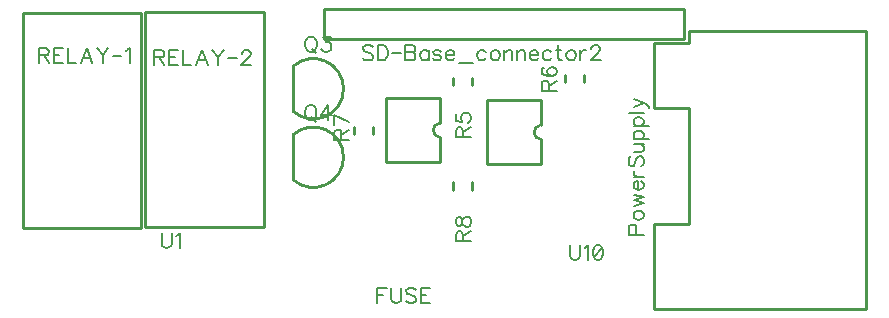
<source format=gbr>
G04 DipTrace 3.3.1.3*
G04 TopSilk.gbr*
%MOMM*%
G04 #@! TF.FileFunction,Legend,Top*
G04 #@! TF.Part,Single*
%ADD10C,0.25*%
%ADD55C,0.19608*%
%FSLAX35Y35*%
G04*
G71*
G90*
G75*
G01*
G04 TopSilk*
%LPD*%
X4587267Y-2060823D2*
D10*
X4887327D1*
X4587267Y-2610723D2*
X4887327D1*
Y-3590673D1*
X4587267D1*
X6387267Y-1960713D2*
Y-4310713D1*
X4587267D1*
Y-3590673D1*
Y-2610723D2*
Y-2060823D1*
X4887327D2*
Y-1960713D1*
X6387267D1*
X1282627Y-1797027D2*
Y-3617027D1*
Y-1797027D2*
X282627D1*
Y-3617027D1*
X1282627D2*
X282627D1*
X243220Y-1801190D2*
Y-3621190D1*
Y-1801190D2*
X-756780D1*
Y-3621190D1*
X243220D2*
X-756780D1*
X4839897Y-2023997D2*
Y-1769997D1*
X1791897Y-2023997D2*
X4839897D1*
X1791897D2*
Y-1769997D1*
X1983921D1*
X4839897D1*
X2317980Y-2527232D2*
Y-3067154D1*
X2777980Y-2527232D2*
X2317980D1*
Y-3067154D2*
X2777980D1*
Y-2527232D2*
Y-2737166D1*
Y-3067154D2*
Y-2857220D1*
Y-2737166D2*
G03X2777980Y-2857220I-3J-60027D01*
G01*
X3172427Y-2545052D2*
Y-3084974D1*
X3632427Y-2545052D2*
X3172427D1*
Y-3084974D2*
X3632427D1*
Y-2545052D2*
Y-2754986D1*
Y-3084974D2*
Y-2875040D1*
Y-2754986D2*
G03X3632427Y-2875040I-3J-60027D01*
G01*
X2888423Y-2356963D2*
Y-2416803D1*
X3048263Y-2356963D2*
Y-2416803D1*
X3834193Y-2332177D2*
Y-2392017D1*
X3994033Y-2332177D2*
Y-2392017D1*
X1534792Y-2254834D2*
G02X1534792Y-2638986I169086J-192076D01*
G01*
Y-2254834D1*
Y-2834177D2*
G02X1534792Y-3218329I169086J-192076D01*
G01*
Y-2834177D1*
X2052567Y-2766690D2*
Y-2826530D1*
X2212407Y-2766690D2*
Y-2826530D1*
X3049280Y-3299790D2*
Y-3239950D1*
X2889440Y-3299790D2*
Y-3239950D1*
X2325350Y-4132280D2*
D55*
X2246314D1*
Y-4259890D1*
Y-4193067D2*
X2294887D1*
X2364566Y-4132280D2*
Y-4223390D1*
X2370602Y-4241640D1*
X2382816Y-4253713D1*
X2401066Y-4259890D1*
X2413139D1*
X2431389Y-4253713D1*
X2443602Y-4241640D1*
X2449639Y-4223390D1*
Y-4132280D1*
X2573928Y-4150530D2*
X2561855Y-4138317D1*
X2543605Y-4132280D1*
X2519318D1*
X2501068Y-4138317D1*
X2488855Y-4150530D1*
Y-4162603D1*
X2495032Y-4174817D1*
X2501068Y-4180853D1*
X2513141Y-4186890D1*
X2549641Y-4199103D1*
X2561855Y-4205140D1*
X2567891Y-4211317D1*
X2573928Y-4223390D1*
Y-4241640D1*
X2561855Y-4253713D1*
X2543605Y-4259890D1*
X2519318D1*
X2501068Y-4253713D1*
X2488855Y-4241640D1*
X2692040Y-4132280D2*
X2613143D1*
Y-4259890D1*
X2692040D1*
X2613143Y-4193067D2*
X2661717D1*
X4439586Y-3682242D2*
X4439587Y-3627492D1*
X4433550Y-3609383D1*
X4427373Y-3603206D1*
X4415300Y-3597169D1*
X4397050D1*
X4384977Y-3603206D1*
X4378800Y-3609383D1*
X4372763Y-3627492D1*
Y-3682242D1*
X4500373D1*
X4415300Y-3527631D2*
X4421337Y-3539704D1*
X4433550Y-3551917D1*
X4451800Y-3557954D1*
X4463873D1*
X4482123Y-3551917D1*
X4494196Y-3539704D1*
X4500373Y-3527631D1*
Y-3509381D1*
X4494196Y-3497167D1*
X4482123Y-3485094D1*
X4463873Y-3478917D1*
X4451800D1*
X4433550Y-3485094D1*
X4421337Y-3497167D1*
X4415300Y-3509381D1*
Y-3527631D1*
Y-3439701D2*
X4500373Y-3415415D1*
X4415300Y-3391128D1*
X4500373Y-3366842D1*
X4415300Y-3342555D1*
X4451800Y-3303340D2*
Y-3230480D1*
X4439587D1*
X4427373Y-3236517D1*
X4421337Y-3242553D1*
X4415300Y-3254767D1*
Y-3273017D1*
X4421337Y-3285090D1*
X4433550Y-3297303D1*
X4451800Y-3303340D1*
X4463873D1*
X4482123Y-3297303D1*
X4494196Y-3285090D1*
X4500373Y-3273017D1*
Y-3254767D1*
X4494196Y-3242553D1*
X4482123Y-3230480D1*
X4415300Y-3191264D2*
X4500373D1*
X4451800D2*
X4433550Y-3185087D1*
X4421337Y-3173014D1*
X4415300Y-3160801D1*
Y-3142551D1*
X4391013Y-3018262D2*
X4378800Y-3030335D1*
X4372763Y-3048585D1*
Y-3072872D1*
X4378800Y-3091122D1*
X4391013Y-3103335D1*
X4403087D1*
X4415300Y-3097158D1*
X4421337Y-3091122D1*
X4427373Y-3079049D1*
X4439587Y-3042549D1*
X4445623Y-3030335D1*
X4451800Y-3024299D1*
X4463873Y-3018262D1*
X4482123D1*
X4494196Y-3030335D1*
X4500373Y-3048585D1*
Y-3072872D1*
X4494196Y-3091122D1*
X4482123Y-3103335D1*
X4415300Y-2979046D2*
X4476086D1*
X4494196Y-2973010D1*
X4500373Y-2960796D1*
Y-2942546D1*
X4494196Y-2930473D1*
X4476086Y-2912223D1*
X4415300D2*
X4500373D1*
X4415300Y-2873008D2*
X4542910D1*
X4433550D2*
X4421477Y-2860794D1*
X4415300Y-2848721D1*
Y-2830471D1*
X4421477Y-2818258D1*
X4433550Y-2806185D1*
X4451800Y-2800008D1*
X4464013D1*
X4482123Y-2806185D1*
X4494336Y-2818258D1*
X4500373Y-2830471D1*
Y-2848721D1*
X4494336Y-2860794D1*
X4482123Y-2873008D1*
X4415300Y-2760792D2*
X4542910D1*
X4433550D2*
X4421477Y-2748579D1*
X4415300Y-2736505D1*
Y-2718255D1*
X4421477Y-2706042D1*
X4433550Y-2693969D1*
X4451800Y-2687792D1*
X4464013D1*
X4482123Y-2693969D1*
X4494336Y-2706042D1*
X4500373Y-2718256D1*
Y-2736506D1*
X4494336Y-2748579D1*
X4482123Y-2760792D1*
X4372763Y-2648576D2*
X4500373D1*
X4415300Y-2603184D2*
X4500373Y-2566824D1*
X4524660Y-2578897D1*
X4536873Y-2591111D1*
X4542910Y-2603184D1*
Y-2609361D1*
X4415300Y-2530324D2*
X4500373Y-2566824D1*
X356966Y-2180697D2*
X411576D1*
X429826Y-2174520D1*
X436003Y-2168483D1*
X442039Y-2156410D1*
Y-2144197D1*
X436003Y-2132124D1*
X429826Y-2125947D1*
X411576Y-2119910D1*
X356966D1*
Y-2247520D1*
X399503Y-2180697D2*
X442039Y-2247520D1*
X560151Y-2119910D2*
X481255D1*
Y-2247520D1*
X560151D1*
X481255Y-2180697D2*
X529828D1*
X599367Y-2119910D2*
Y-2247520D1*
X672226D1*
X808729D2*
X760015Y-2119910D1*
X711442Y-2247520D1*
X729692Y-2204983D2*
X790479D1*
X847944Y-2119910D2*
X896517Y-2180697D1*
Y-2247520D1*
X945090Y-2119910D2*
X896517Y-2180697D1*
X984306Y-2183785D2*
X1054498D1*
X1099891Y-2150374D2*
Y-2144337D1*
X1105928Y-2132124D1*
X1111964Y-2126087D1*
X1124178Y-2120050D1*
X1148464D1*
X1160537Y-2126087D1*
X1166574Y-2132124D1*
X1172751Y-2144337D1*
Y-2156410D1*
X1166574Y-2168624D1*
X1154501Y-2186733D1*
X1093714Y-2247520D1*
X1178787D1*
X-618262Y-2162733D2*
X-563653D1*
X-545403Y-2156556D1*
X-539226Y-2150520D1*
X-533189Y-2138447D1*
Y-2126233D1*
X-539226Y-2114160D1*
X-545403Y-2107983D1*
X-563653Y-2101947D1*
X-618262D1*
Y-2229556D1*
X-575726Y-2162733D2*
X-533189Y-2229556D1*
X-415077Y-2101947D2*
X-493974D1*
Y-2229556D1*
X-415077D1*
X-493974Y-2162733D2*
X-445401D1*
X-375862Y-2101947D2*
Y-2229556D1*
X-303002D1*
X-166500D2*
X-215213Y-2101947D1*
X-263786Y-2229556D1*
X-245536Y-2187020D2*
X-184750D1*
X-127284Y-2101947D2*
X-78711Y-2162733D1*
Y-2229556D1*
X-30138Y-2101947D2*
X-78711Y-2162733D1*
X9078Y-2165822D2*
X79270D1*
X118486Y-2126374D2*
X130699Y-2120197D1*
X148949Y-2102087D1*
Y-2229556D1*
X2210119Y-2096380D2*
X2198046Y-2084167D1*
X2179796Y-2078130D1*
X2155509D1*
X2137259Y-2084167D1*
X2125046Y-2096380D1*
Y-2108453D1*
X2131223Y-2120667D1*
X2137259Y-2126703D1*
X2149332Y-2132740D1*
X2185832Y-2144953D1*
X2198046Y-2150990D1*
X2204082Y-2157167D1*
X2210119Y-2169240D1*
Y-2187490D1*
X2198046Y-2199563D1*
X2179796Y-2205740D1*
X2155509D1*
X2137259Y-2199563D1*
X2125046Y-2187490D1*
X2249335Y-2078130D2*
Y-2205740D1*
X2291871D1*
X2310121Y-2199563D1*
X2322335Y-2187490D1*
X2328371Y-2175276D1*
X2334408Y-2157167D1*
Y-2126703D1*
X2328371Y-2108453D1*
X2322335Y-2096380D1*
X2310121Y-2084167D1*
X2291871Y-2078130D1*
X2249335D1*
X2373623Y-2142005D2*
X2443816D1*
X2483031Y-2078130D2*
Y-2205740D1*
X2537781D1*
X2556031Y-2199563D1*
X2562068Y-2193526D1*
X2568104Y-2181453D1*
Y-2163203D1*
X2562068Y-2150990D1*
X2556031Y-2144953D1*
X2537781Y-2138917D1*
X2556031Y-2132740D1*
X2562068Y-2126703D1*
X2568104Y-2114630D1*
Y-2102417D1*
X2562068Y-2090344D1*
X2556031Y-2084167D1*
X2537781Y-2078130D1*
X2483031D1*
Y-2138917D2*
X2537781D1*
X2680180Y-2120667D2*
Y-2205740D1*
Y-2138917D2*
X2668107Y-2126703D1*
X2655893Y-2120667D1*
X2637784D1*
X2625570Y-2126703D1*
X2613497Y-2138917D1*
X2607320Y-2157167D1*
Y-2169240D1*
X2613497Y-2187490D1*
X2625570Y-2199563D1*
X2637784Y-2205740D1*
X2655893D1*
X2668107Y-2199563D1*
X2680180Y-2187490D1*
X2786218Y-2138917D2*
X2780182Y-2126703D1*
X2761932Y-2120667D1*
X2743682D1*
X2725432Y-2126703D1*
X2719395Y-2138917D1*
X2725432Y-2150990D1*
X2737645Y-2157167D1*
X2767968Y-2163203D1*
X2780182Y-2169240D1*
X2786218Y-2181453D1*
Y-2187490D1*
X2780182Y-2199563D1*
X2761932Y-2205740D1*
X2743682D1*
X2725432Y-2199563D1*
X2719395Y-2187490D1*
X2825434Y-2157167D2*
X2898294D1*
Y-2144953D1*
X2892257Y-2132740D1*
X2886221Y-2126703D1*
X2874007Y-2120667D1*
X2855757D1*
X2843684Y-2126703D1*
X2831471Y-2138917D1*
X2825434Y-2157167D1*
Y-2169240D1*
X2831471Y-2187490D1*
X2843684Y-2199563D1*
X2855757Y-2205740D1*
X2874007D1*
X2886221Y-2199563D1*
X2898294Y-2187490D1*
X2937509Y-2226797D2*
X3052906D1*
X3165121Y-2138917D2*
X3152908Y-2126703D1*
X3140694Y-2120667D1*
X3122585D1*
X3110371Y-2126703D1*
X3098298Y-2138917D1*
X3092121Y-2157167D1*
Y-2169240D1*
X3098298Y-2187490D1*
X3110371Y-2199563D1*
X3122585Y-2205740D1*
X3140694D1*
X3152908Y-2199563D1*
X3165121Y-2187490D1*
X3234660Y-2120667D2*
X3222587Y-2126703D1*
X3210373Y-2138917D1*
X3204337Y-2157167D1*
Y-2169240D1*
X3210373Y-2187490D1*
X3222587Y-2199563D1*
X3234660Y-2205740D1*
X3252910D1*
X3265123Y-2199563D1*
X3277197Y-2187490D1*
X3283373Y-2169240D1*
Y-2157167D1*
X3277197Y-2138917D1*
X3265123Y-2126703D1*
X3252910Y-2120667D1*
X3234660D1*
X3322589D2*
Y-2205740D1*
Y-2144953D2*
X3340839Y-2126703D1*
X3353053Y-2120667D1*
X3371162D1*
X3383376Y-2126703D1*
X3389412Y-2144953D1*
Y-2205740D1*
X3428628Y-2120667D2*
Y-2205740D1*
Y-2144953D2*
X3446878Y-2126703D1*
X3459091Y-2120667D1*
X3477201D1*
X3489414Y-2126703D1*
X3495451Y-2144953D1*
Y-2205740D1*
X3534667Y-2157167D2*
X3607526D1*
Y-2144953D1*
X3601490Y-2132740D1*
X3595453Y-2126703D1*
X3583240Y-2120667D1*
X3564990D1*
X3552917Y-2126703D1*
X3540703Y-2138917D1*
X3534667Y-2157167D1*
Y-2169240D1*
X3540703Y-2187490D1*
X3552917Y-2199563D1*
X3564990Y-2205740D1*
X3583240D1*
X3595453Y-2199563D1*
X3607526Y-2187490D1*
X3719742Y-2138917D2*
X3707529Y-2126703D1*
X3695315Y-2120667D1*
X3677205D1*
X3664992Y-2126703D1*
X3652919Y-2138917D1*
X3646742Y-2157167D1*
Y-2169240D1*
X3652919Y-2187490D1*
X3664992Y-2199563D1*
X3677205Y-2205740D1*
X3695315D1*
X3707529Y-2199563D1*
X3719742Y-2187490D1*
X3777208Y-2078130D2*
Y-2181453D1*
X3783244Y-2199563D1*
X3795458Y-2205740D1*
X3807531D1*
X3758958Y-2120667D2*
X3801494D1*
X3877070D2*
X3864996Y-2126703D1*
X3852783Y-2138917D1*
X3846746Y-2157167D1*
Y-2169240D1*
X3852783Y-2187490D1*
X3864996Y-2199563D1*
X3877070Y-2205740D1*
X3895320D1*
X3907533Y-2199563D1*
X3919606Y-2187490D1*
X3925783Y-2169240D1*
Y-2157167D1*
X3919606Y-2138917D1*
X3907533Y-2126703D1*
X3895320Y-2120667D1*
X3877070D1*
X3964999D2*
Y-2205740D1*
Y-2157167D2*
X3971176Y-2138917D1*
X3983249Y-2126703D1*
X3995462Y-2120667D1*
X4013712D1*
X4059105Y-2108594D2*
Y-2102557D1*
X4065141Y-2090344D1*
X4071178Y-2084307D1*
X4083391Y-2078270D1*
X4107678D1*
X4119751Y-2084307D1*
X4125787Y-2090344D1*
X4131964Y-2102557D1*
Y-2114630D1*
X4125787Y-2126844D1*
X4113714Y-2144953D1*
X4052928Y-2205740D1*
X4138001D1*
X2971440Y-2857367D2*
Y-2802758D1*
X2965263Y-2784508D1*
X2959227Y-2778331D1*
X2947154Y-2772294D1*
X2934940D1*
X2922867Y-2778331D1*
X2916690Y-2784508D1*
X2910653Y-2802758D1*
Y-2857367D1*
X3038263D1*
X2971440Y-2814831D2*
X3038263Y-2772294D1*
X2910794Y-2660219D2*
Y-2720865D1*
X2965404Y-2726902D1*
X2959367Y-2720865D1*
X2953190Y-2702615D1*
Y-2684506D1*
X2959367Y-2666256D1*
X2971440Y-2654042D1*
X2989690Y-2648006D1*
X3001763D1*
X3020013Y-2654042D1*
X3032227Y-2666256D1*
X3038263Y-2684506D1*
Y-2702615D1*
X3032227Y-2720865D1*
X3026050Y-2726902D1*
X3013977Y-2733079D1*
X3698913Y-2463689D2*
Y-2409079D1*
X3692736Y-2390829D1*
X3686700Y-2384652D1*
X3674627Y-2378616D1*
X3662413D1*
X3650340Y-2384652D1*
X3644163Y-2390829D1*
X3638127Y-2409079D1*
Y-2463689D1*
X3765736D1*
X3698913Y-2421152D2*
X3765736Y-2378616D1*
X3656377Y-2266541D2*
X3644304Y-2272577D1*
X3638267Y-2290827D1*
Y-2302900D1*
X3644304Y-2321150D1*
X3662554Y-2333364D1*
X3692877Y-2339400D1*
X3723200D1*
X3747486Y-2333364D1*
X3759700Y-2321150D1*
X3765736Y-2302900D1*
Y-2296864D1*
X3759700Y-2278754D1*
X3747486Y-2266541D1*
X3729236Y-2260504D1*
X3723200D1*
X3704950Y-2266541D1*
X3692877Y-2278754D1*
X3686840Y-2296864D1*
Y-2302900D1*
X3692877Y-2321150D1*
X3704950Y-2333364D1*
X3723200Y-2339400D1*
X1672996Y-2005026D2*
X1660923Y-2010922D1*
X1648709Y-2023136D1*
X1642673Y-2035349D1*
X1636496Y-2053599D1*
Y-2083922D1*
X1642673Y-2102172D1*
X1648709Y-2114245D1*
X1660923Y-2126459D1*
X1672996Y-2132495D1*
X1697282D1*
X1709496Y-2126459D1*
X1721569Y-2114245D1*
X1727605Y-2102172D1*
X1733782Y-2083922D1*
Y-2053599D1*
X1727605Y-2035349D1*
X1721569Y-2023136D1*
X1709496Y-2010922D1*
X1697282Y-2005026D1*
X1672996D1*
X1691246Y-2108209D2*
X1727605Y-2144709D1*
X1785211Y-2005167D2*
X1851894D1*
X1815534Y-2053740D1*
X1833784D1*
X1845858Y-2059776D1*
X1851894Y-2065813D1*
X1858071Y-2084063D1*
Y-2096136D1*
X1851894Y-2114386D1*
X1839821Y-2126599D1*
X1821571Y-2132636D1*
X1803321D1*
X1785211Y-2126599D1*
X1779175Y-2120422D1*
X1772998Y-2108349D1*
X1669977Y-2584370D2*
X1657904Y-2590266D1*
X1645691Y-2602479D1*
X1639654Y-2614693D1*
X1633477Y-2632943D1*
Y-2663266D1*
X1639654Y-2681516D1*
X1645691Y-2693589D1*
X1657904Y-2705802D1*
X1669977Y-2711839D1*
X1694264D1*
X1706477Y-2705802D1*
X1718550Y-2693589D1*
X1724587Y-2681516D1*
X1730764Y-2663266D1*
Y-2632943D1*
X1724587Y-2614693D1*
X1718550Y-2602479D1*
X1706477Y-2590266D1*
X1694264Y-2584370D1*
X1669977D1*
X1688227Y-2687552D2*
X1724587Y-2724052D1*
X1830766Y-2711979D2*
Y-2584510D1*
X1769980Y-2669443D1*
X1861089D1*
X1941623Y-2876954D2*
Y-2822344D1*
X1935446Y-2804094D1*
X1929410Y-2797917D1*
X1917337Y-2791881D1*
X1905123D1*
X1893050Y-2797917D1*
X1886873Y-2804094D1*
X1880837Y-2822344D1*
Y-2876954D1*
X2008446D1*
X1941623Y-2834417D2*
X2008446Y-2791881D1*
Y-2728379D2*
X1880977Y-2667592D1*
Y-2752665D1*
X2973200Y-3739547D2*
Y-3684938D1*
X2967023Y-3666688D1*
X2960987Y-3660511D1*
X2948914Y-3654474D1*
X2936700D1*
X2924627Y-3660511D1*
X2918450Y-3666687D1*
X2912413Y-3684937D1*
Y-3739547D1*
X3040023D1*
X2973200Y-3697011D2*
X3040023Y-3654474D1*
X2912554Y-3584935D2*
X2918590Y-3603045D1*
X2930664Y-3609222D1*
X2942877D1*
X2954950Y-3603045D1*
X2961127Y-3590972D1*
X2967164Y-3566685D1*
X2973200Y-3548435D1*
X2985414Y-3536362D1*
X2997487Y-3530326D1*
X3015737D1*
X3027810Y-3536362D1*
X3033987Y-3542399D1*
X3040023Y-3560649D1*
Y-3584936D1*
X3033987Y-3603045D1*
X3027810Y-3609222D1*
X3015737Y-3615259D1*
X2997487D1*
X2985414Y-3609222D1*
X2973200Y-3597008D1*
X2967164Y-3578899D1*
X2961127Y-3554612D1*
X2954950Y-3542399D1*
X2942877Y-3536362D1*
X2930664D1*
X2918590Y-3542399D1*
X2912554Y-3560649D1*
Y-3584935D1*
X3876626Y-3769007D2*
Y-3860116D1*
X3882663Y-3878366D1*
X3894876Y-3890439D1*
X3913126Y-3896616D1*
X3925199D1*
X3943449Y-3890439D1*
X3955663Y-3878366D1*
X3961699Y-3860116D1*
Y-3769007D1*
X4000915Y-3793434D2*
X4013128Y-3787257D1*
X4031378Y-3769147D1*
Y-3896616D1*
X4107094Y-3769147D2*
X4088844Y-3775184D1*
X4076631Y-3793434D1*
X4070594Y-3823757D1*
Y-3842007D1*
X4076631Y-3872330D1*
X4088844Y-3890580D1*
X4107094Y-3896616D1*
X4119167D1*
X4137417Y-3890580D1*
X4149490Y-3872330D1*
X4155667Y-3842007D1*
Y-3823757D1*
X4149490Y-3793434D1*
X4137417Y-3775184D1*
X4119167Y-3769147D1*
X4107094D1*
X4149490Y-3793434D2*
X4076631Y-3872330D1*
X419364Y-3665547D2*
Y-3756656D1*
X425400Y-3774906D1*
X437614Y-3786979D1*
X455864Y-3793156D1*
X467937D1*
X486187Y-3786979D1*
X498400Y-3774906D1*
X504437Y-3756656D1*
Y-3665547D1*
X543653Y-3689974D2*
X555866Y-3683797D1*
X574116Y-3665687D1*
Y-3793156D1*
M02*

</source>
